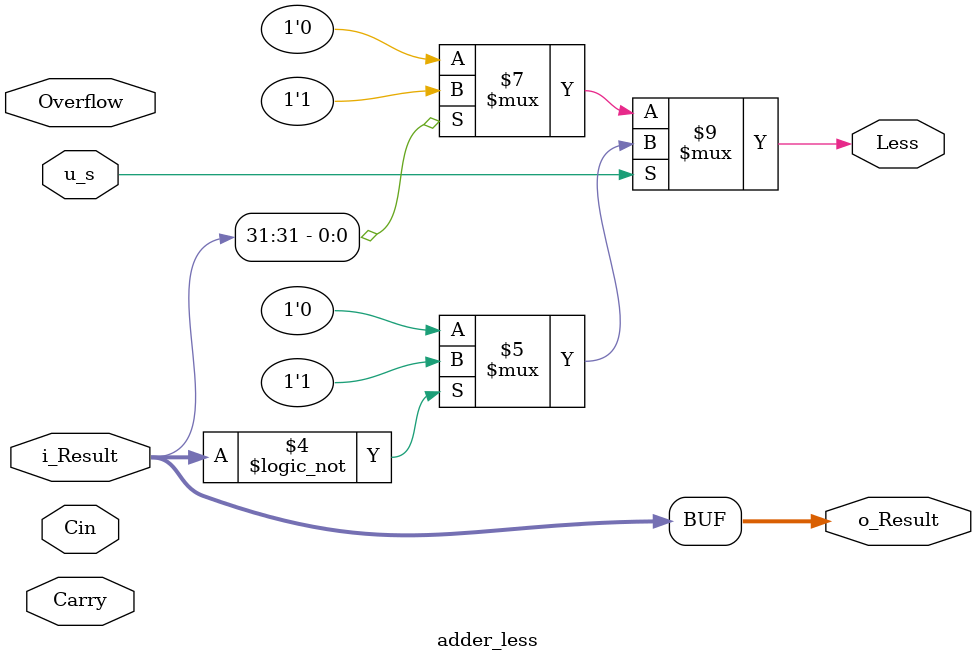
<source format=v>
module adder_less(
    input Carry, 
    input Overflow, 
    input Cin,
    input [31:0] i_Result,
    input u_s,
    output reg [31:0] o_Result,
    output reg Less
);


    reg r0, r1;

    

    always @(*) begin
        r0 = Overflow ^ i_Result[0];  // Overflow与Result_l的最低位进行异或
        r1 = Cin ^ Carry;  // Cin与Carry进行异或

        if (u_s) begin
            //按无符号比较
            Less = (i_Result== 32'b0) ? 1'b1 : 1'b0;  // 无符号比较，符号位是1则Less为1
        end else begin
            //按带符号比较
            Less = (i_Result[31] == 1'b1) ? 1'b1 : 1'b0;  // 带符号比较，符号位是1则Less为1
        end

        //设置o_Result输出
        o_Result = i_Result;
    end

endmodule
</source>
